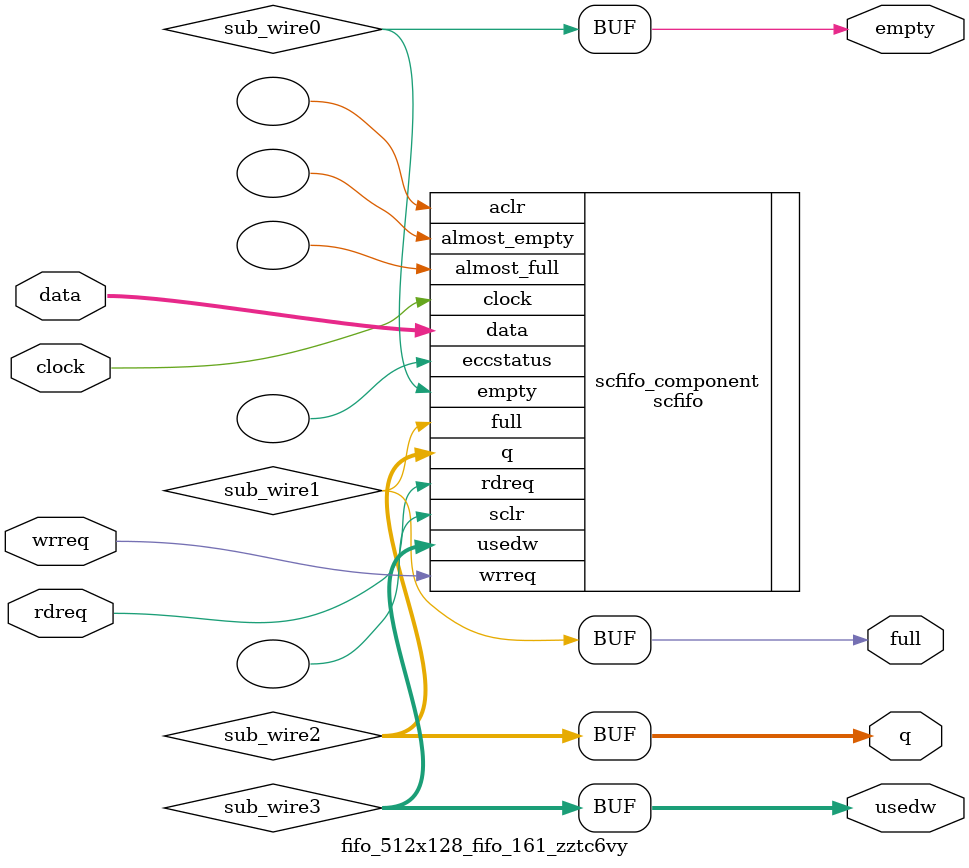
<source format=v>



`timescale 1 ps / 1 ps
// synopsys translate_on
module  fifo_512x128_fifo_161_zztc6vy  (
    clock,
    data,
    rdreq,
    wrreq,
    empty,
    full,
    q,
    usedw);

    input    clock;
    input  [127:0]  data;
    input    rdreq;
    input    wrreq;
    output   empty;
    output   full;
    output [127:0]  q;
    output [8:0]  usedw;

    wire  sub_wire0;
    wire  sub_wire1;
    wire [127:0] sub_wire2;
    wire [8:0] sub_wire3;
    wire  empty = sub_wire0;
    wire  full = sub_wire1;
    wire [127:0] q = sub_wire2[127:0];
    wire [8:0] usedw = sub_wire3[8:0];

    scfifo  scfifo_component (
                .clock (clock),
                .data (data),
                .rdreq (rdreq),
                .wrreq (wrreq),
                .empty (sub_wire0),
                .full (sub_wire1),
                .q (sub_wire2),
                .usedw (sub_wire3),
                .aclr (),
                .almost_empty (),
                .almost_full (),
                .eccstatus (),
                .sclr ());
    defparam
        scfifo_component.add_ram_output_register  = "OFF",
        scfifo_component.enable_ecc  = "FALSE",
        scfifo_component.intended_device_family  = "Arria 10",
        scfifo_component.lpm_numwords  = 512,
        scfifo_component.lpm_showahead  = "OFF",
        scfifo_component.lpm_type  = "scfifo",
        scfifo_component.lpm_width  = 128,
        scfifo_component.lpm_widthu  = 9,
        scfifo_component.overflow_checking  = "ON",
        scfifo_component.underflow_checking  = "ON",
        scfifo_component.use_eab  = "ON";


endmodule



</source>
